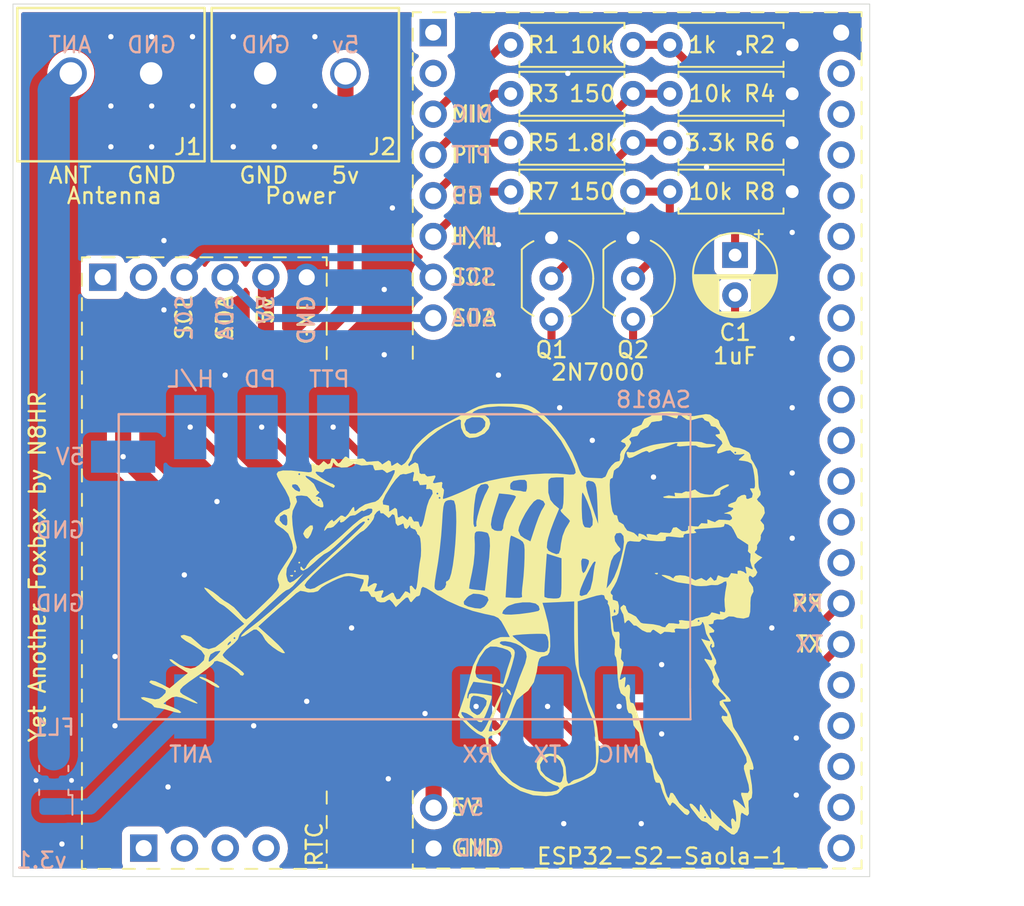
<source format=kicad_pcb>
(kicad_pcb (version 20211014) (generator pcbnew)
  (title_block (title "Yet Another Foxbox") (date "2023-03-25") (rev "v3.1") (company "Greg Stoike, N8HR"))
  (layers (0 "F.Cu" signal) (31 "B.Cu" signal) (34 "B.Paste" user) (35 "F.Paste" user) (36 "B.SilkS" user "B.Silkscreen") (37 "F.SilkS" user "F.Silkscreen") (38 "B.Mask" user) (39 "F.Mask" user) (44 "Edge.Cuts" user))
  (net 0 "")
  (net 1 "Net-(C1-Pad1)")
  (net 2 "Net-(C1-Pad2)")
  (net 3 "Net-(FL1-Pad3)")
  (net 4 "TX")
  (net 5 "RX")
  (net 6 "SCL")
  (net 7 "SDA")
  (net 8 "PD")
  (net 9 "PTT")
  (net 10 "HL")
  (net 11 "Net-(Q1-Pad2)")
  (net 12 "Net-(Q2-Pad2)")
  (net 13 "+5V")
  (net 14 "Net-(FL1-Pad1)")
  (net 20 "Net-(Q1-Pad3)")
  (net 21 "Net-(Q2-Pad3)")
  (net 22 "Net-(R5-Pad1)")
  (net 35 "MIC")
  (net 36 "GNDREF")
  (footprint "Resistor_THT:R_Axial_DIN0207_L6.3mm_D2.5mm_P7.62mm_Horizontal" (layer "F.Cu") (at 153.162 69.85 180)
    (fp_text reference "R2" (at 2.032 0) (layer "F.SilkS"))
    (fp_text value "1k" (at 5.588 0) (layer "F.SilkS"))
    (pad "1" thru_hole circle (at 0 0 180) (size 1.6 1.6) (drill 0.8) (layers *.Cu *.Mask) (net 36 "GNDREF"))
    (pad "2" thru_hole oval (at 7.62 0 180) (size 1.6 1.6) (drill 0.8) (layers *.Cu *.Mask) (net 1 "Net-(C1-Pad1)"))
  )
  (footprint "Resistor_THT:R_Axial_DIN0207_L6.3mm_D2.5mm_P7.62mm_Horizontal" (layer "F.Cu") (at 143.256 72.898 180)
    (fp_text reference "R3" (at 5.588 0) (layer "F.SilkS"))
    (fp_text value "150" (at 2.54 0) (layer "F.SilkS"))
    (pad "1" thru_hole circle (at 0 0 180) (size 1.6 1.6) (drill 0.8) (layers *.Cu *.Mask) (net 11 "Net-(Q1-Pad2)"))
    (pad "2" thru_hole oval (at 7.62 0 180) (size 1.6 1.6) (drill 0.8) (layers *.Cu *.Mask) (net 9 "PTT"))
  )
  (footprint "Resistor_THT:R_Axial_DIN0207_L6.3mm_D2.5mm_P7.62mm_Horizontal" (layer "F.Cu") (at 145.542 72.898)
    (fp_text reference "R4" (at 5.588 0) (layer "F.SilkS"))
    (fp_text value "10k" (at 2.54 0) (layer "F.SilkS"))
    (pad "1" thru_hole circle (at 0 0) (size 1.6 1.6) (drill 0.8) (layers *.Cu *.Mask) (net 11 "Net-(Q1-Pad2)"))
    (pad "2" thru_hole oval (at 7.62 0) (size 1.6 1.6) (drill 0.8) (layers *.Cu *.Mask) (net 36 "GNDREF"))
  )
  (footprint "Resistor_THT:R_Axial_DIN0207_L6.3mm_D2.5mm_P7.62mm_Horizontal" (layer "F.Cu") (at 143.256 75.946 180)
    (fp_text reference "R5" (at 5.588 0) (layer "F.SilkS"))
    (fp_text value "1.8k" (at 2.54 0) (layer "F.SilkS"))
    (pad "1" thru_hole circle (at 0 0 180) (size 1.6 1.6) (drill 0.8) (layers *.Cu *.Mask) (net 22 "Net-(R5-Pad1)"))
    (pad "2" thru_hole oval (at 7.62 0 180) (size 1.6 1.6) (drill 0.8) (layers *.Cu *.Mask) (net 8 "PD"))
  )
  (footprint "Resistor_THT:R_Axial_DIN0207_L6.3mm_D2.5mm_P7.62mm_Horizontal" (layer "F.Cu") (at 143.256 78.994 180)
    (fp_text reference "R7" (at 5.588 0) (layer "F.SilkS"))
    (fp_text value "150" (at 2.54 0) (layer "F.SilkS"))
    (pad "1" thru_hole circle (at 0 0 180) (size 1.6 1.6) (drill 0.8) (layers *.Cu *.Mask) (net 12 "Net-(Q2-Pad2)"))
    (pad "2" thru_hole oval (at 7.62 0 180) (size 1.6 1.6) (drill 0.8) (layers *.Cu *.Mask) (net 10 "HL"))
  )
  (footprint "Resistor_THT:R_Axial_DIN0207_L6.3mm_D2.5mm_P7.62mm_Horizontal" (layer "F.Cu") (at 145.542 78.994)
    (fp_text reference "R8" (at 5.588 0) (layer "F.SilkS"))
    (fp_text value "10k" (at 2.54 0) (layer "F.SilkS"))
    (pad "1" thru_hole circle (at 0 0) (size 1.6 1.6) (drill 0.8) (layers *.Cu *.Mask) (net 12 "Net-(Q2-Pad2)"))
    (pad "2" thru_hole oval (at 7.62 0) (size 1.6 1.6) (drill 0.8) (layers *.Cu *.Mask) (net 36 "GNDREF"))
  )
  (footprint "Resistor_THT:R_Axial_DIN0207_L6.3mm_D2.5mm_P7.62mm_Horizontal" (layer "F.Cu") (at 143.256 69.85 180)
    (fp_text reference "R1" (at 5.588 0) (layer "F.SilkS"))
    (fp_text value "10k" (at 2.54 0) (layer "F.SilkS"))
    (pad "1" thru_hole circle (at 0 0 180) (size 1.6 1.6) (drill 0.8) (layers *.Cu *.Mask) (net 1 "Net-(C1-Pad1)"))
    (pad "2" thru_hole oval (at 7.62 0 180) (size 1.6 1.6) (drill 0.8) (layers *.Cu *.Mask) (net 35 "MIC"))
  )
  (footprint "Resistor_THT:R_Axial_DIN0207_L6.3mm_D2.5mm_P7.62mm_Horizontal" (layer "F.Cu") (at 145.542 75.946)
    (fp_text reference "R6" (at 5.588 0) (layer "F.SilkS"))
    (fp_text value "3.3k" (at 2.54 0) (layer "F.SilkS"))
    (pad "1" thru_hole circle (at 0 0) (size 1.6 1.6) (drill 0.8) (layers *.Cu *.Mask) (net 22 "Net-(R5-Pad1)"))
    (pad "2" thru_hole oval (at 7.62 0) (size 1.6 1.6) (drill 0.8) (layers *.Cu *.Mask) (net 36 "GNDREF"))
  )
  (footprint "2021-04-11_18-38-50:OSTTA020161" (layer "F.Cu") (at 125.349 71.628 180)
    (fp_text reference "J2" (at -2.286 -4.572) (layer "F.SilkS"))
    (fp_text value "Power" (at 2.794 -7.62) (layer "F.SilkS"))
    (pad "1" thru_hole circle locked (at 0 0 180) (size 1.905 1.905) (drill 1.397) (layers *.Cu *.Mask) (net 13 "+5V"))
    (pad "2" thru_hole circle locked (at 5 0 180) (size 1.905 1.905) (drill 1.397) (layers *.Cu *.Mask) (net 36 "GNDREF"))
  )
  (footprint "Capacitor_THT:CP_Radial_D5.0mm_P2.50mm" (layer "F.Cu") (at 149.606 82.945088 -90)
    (fp_text reference "C1" (at 4.826 0 180) (layer "F.SilkS"))
    (fp_text value "1uF" (at 6.285112 0 180) (layer "F.SilkS"))
    (pad "1" thru_hole rect locked (at 0 0 270) (size 1.6 1.6) (drill 0.8) (layers *.Cu *.Mask) (net 1 "Net-(C1-Pad1)"))
    (pad "2" thru_hole circle locked (at 2.5 0 270) (size 1.6 1.6) (drill 0.8) (layers *.Cu *.Mask) (net 2 "Net-(C1-Pad2)"))
  )
  (footprint "Connector_PinSocket_2.54mm:PinSocket_1x02_P2.54mm_Vertical" (layer "F.Cu") (at 130.835 117.368)
    (fp_text reference "Conn3" hide)
    (fp_text value "ESP32-S2-Saola-1R_Power" hide)
    (pad "5v0" thru_hole oval (at 0 0) (size 1.7 1.7) (drill 1) (layers *.Cu *.Mask) (net 13 "+5V"))
    (pad "GND" thru_hole oval (at 0 2.54) (size 1.7 1.7) (drill 1) (layers *.Cu *.Mask) (net 36 "GNDREF"))
  )
  (footprint "Connector_PinSocket_2.54mm:PinSocket_1x08_P2.54mm_Vertical" (layer "F.Cu") (at 130.81 69.088)
    (fp_text reference "Conn1" hide)
    (fp_text value "ESP32-S2-Saola-1R_GPIO_1")
    (pad "1" thru_hole rect (at 0 0) (size 1.7 1.7) (drill 1) (layers *.Cu *.Mask))
    (pad "2" thru_hole oval (at 0 2.54) (size 1.7 1.7) (drill 1) (layers *.Cu *.Mask))
    (pad "3" thru_hole oval (at 0 5.08) (size 1.7 1.7) (drill 1) (layers *.Cu *.Mask) (net 35 "MIC"))
    (pad "4" thru_hole oval (at 0 7.62) (size 1.7 1.7) (drill 1) (layers *.Cu *.Mask) (net 9 "PTT"))
    (pad "5" thru_hole oval (at 0 10.16) (size 1.7 1.7) (drill 1) (layers *.Cu *.Mask) (net 8 "PD"))
    (pad "6" thru_hole oval (at 0 12.7) (size 1.7 1.7) (drill 1) (layers *.Cu *.Mask) (net 10 "HL"))
    (pad "7" thru_hole oval (at 0 15.24) (size 1.7 1.7) (drill 1) (layers *.Cu *.Mask) (net 6 "SCL"))
    (pad "8" thru_hole oval (at 0 17.78) (size 1.7 1.7) (drill 1) (layers *.Cu *.Mask) (net 7 "SDA"))
  )
  (footprint "Package_TO_SOT_THT:TO-92_Inline_Wide" (layer "F.Cu") (at 138.176 81.8642 -90)
    (fp_text reference "Q1" (at 6.985 0 180) (layer "F.SilkS"))
    (fp_text value "2N7000" (at 8.382 -2.9 180) (layer "F.SilkS"))
    (pad "1" thru_hole rect locked (at 0 0 270) (size 1.5 1.5) (drill 0.8) (layers *.Cu *.Mask) (net 36 "GNDREF"))
    (pad "2" thru_hole circle locked (at 2.54 0 270) (size 1.5 1.5) (drill 0.8) (layers *.Cu *.Mask) (net 11 "Net-(Q1-Pad2)"))
    (pad "3" thru_hole circle locked (at 5.08 0 270) (size 1.5 1.5) (drill 0.8) (layers *.Cu *.Mask) (net 20 "Net-(Q1-Pad3)"))
  )
  (footprint "Package_TO_SOT_THT:TO-92_Inline_Wide" (layer "F.Cu") (at 143.256 81.8642 -90)
    (fp_text reference "Q2" (at 6.985 0 180) (layer "F.SilkS"))
    (fp_text value "2N7000" hide)
    (pad "1" thru_hole rect locked (at 0 0 270) (size 1.5 1.5) (drill 0.8) (layers *.Cu *.Mask) (net 36 "GNDREF"))
    (pad "2" thru_hole circle locked (at 2.54 0 270) (size 1.5 1.5) (drill 0.8) (layers *.Cu *.Mask) (net 12 "Net-(Q2-Pad2)"))
    (pad "3" thru_hole circle locked (at 5.08 0 270) (size 1.5 1.5) (drill 0.8) (layers *.Cu *.Mask) (net 21 "Net-(Q2-Pad3)"))
  )
  (footprint "2021-04-11_18-38-50:OSTTA020161" (layer "F.Cu") (at 113.2478 71.628 180)
    (fp_text reference "J1" (at -2.286 -4.572) (layer "F.SilkS"))
    (fp_text value "Antenna" (at 2.286 -7.62) (layer "F.SilkS"))
    (pad "1" thru_hole circle locked (at 0 0 180) (size 1.905 1.905) (drill 1.397) (layers *.Cu *.Mask) (net 36 "GNDREF"))
    (pad "2" thru_hole circle locked (at 5 0 180) (size 1.905 1.905) (drill 1.397) (layers *.Cu *.Mask) (net 3 "Net-(FL1-Pad3)"))
  )
  (footprint "Connector_PinSocket_2.54mm:PinSocket_1x21_P2.54mm_Vertical" (layer "F.Cu") (at 156.21 69.088)
    (fp_text reference "Conn2" hide)
    (fp_text value "ESP32-S2-Saola-1R_GPIO_2")
    (pad "1" thru_hole rect (at 0 0) (size 1.7 1.7) (drill 1) (layers *.Cu *.Mask) (net 36 "GNDREF"))
    (pad "2" thru_hole oval (at 0 2.54) (size 1.7 1.7) (drill 1) (layers *.Cu *.Mask))
    (pad "3" thru_hole oval (at 0 5.08) (size 1.7 1.7) (drill 1) (layers *.Cu *.Mask))
    (pad "4" thru_hole oval (at 0 7.62) (size 1.7 1.7) (drill 1) (layers *.Cu *.Mask))
    (pad "5" thru_hole oval (at 0 10.16) (size 1.7 1.7) (drill 1) (layers *.Cu *.Mask))
    (pad "6" thru_hole oval (at 0 12.7) (size 1.7 1.7) (drill 1) (layers *.Cu *.Mask))
    (pad "7" thru_hole oval (at 0 15.24) (size 1.7 1.7) (drill 1) (layers *.Cu *.Mask))
    (pad "8" thru_hole oval (at 0 17.78) (size 1.7 1.7) (drill 1) (layers *.Cu *.Mask))
    (pad "9" thru_hole oval (at 0 20.32) (size 1.7 1.7) (drill 1) (layers *.Cu *.Mask))
    (pad "10" thru_hole oval (at 0 22.86) (size 1.7 1.7) (drill 1) (layers *.Cu *.Mask))
    (pad "11" thru_hole oval (at 0 25.4) (size 1.7 1.7) (drill 1) (layers *.Cu *.Mask))
    (pad "12" thru_hole oval (at 0 27.94) (size 1.7 1.7) (drill 1) (layers *.Cu *.Mask))
    (pad "13" thru_hole oval (at 0 30.48) (size 1.7 1.7) (drill 1) (layers *.Cu *.Mask))
    (pad "14" thru_hole oval (at 0 33.02) (size 1.7 1.7) (drill 1) (layers *.Cu *.Mask))
    (pad "15" thru_hole oval (at 0 35.56) (size 1.7 1.7) (drill 1) (layers *.Cu *.Mask) (net 5 "RX"))
    (pad "16" thru_hole oval (at 0 38.1) (size 1.7 1.7) (drill 1) (layers *.Cu *.Mask) (net 4 "TX"))
    (pad "17" thru_hole oval (at 0 40.64) (size 1.7 1.7) (drill 1) (layers *.Cu *.Mask))
    (pad "18" thru_hole oval (at 0 43.18) (size 1.7 1.7) (drill 1) (layers *.Cu *.Mask))
    (pad "19" thru_hole oval (at 0 45.72) (size 1.7 1.7) (drill 1) (layers *.Cu *.Mask))
    (pad "20" thru_hole oval (at 0 48.26) (size 1.7 1.7) (drill 1) (layers *.Cu *.Mask))
    (pad "21" thru_hole oval (at 0 50.8) (size 1.7 1.7) (drill 1) (layers *.Cu *.Mask))
  )
  (footprint "logo:logobig" (layer "F.Cu") (at 132.08 105.664 90)
    (fp_text reference "G***" hide)
    (fp_text value "LOGO" hide)
  )
  (footprint "2021-04-11_18-38-50:DS3231SN" (layer "F.Cu") (at 115.836 97.728)
    (fp_text reference "RTC1" hide)
    (fp_text value "DS3231SN")
    (fp_text user "SDA" (at 1.995 -12.359 90) (layer "F.SilkS") (effects (justify right)))
    (fp_text user "RTC" (at 7.583 21.931 90) (layer "F.SilkS"))
    (fp_text user "5V" (at 4.535 -12.359 90) (layer "F.SilkS") (effects (justify right)))
    (fp_text user "GND" (at 7.075 -12.359 90) (layer "F.SilkS") (effects (justify right)))
    (fp_text user "SCL" (at -0.545 -12.359 90) (layer "F.SilkS") (effects (justify right)))
    (pad "" thru_hole oval (at 4.57 22.16 90) (size 1.7 1.7) (drill 1) (layers *.Cu *.Mask))
    (pad "" thru_hole oval (at 2.03 22.16 90) (size 1.7 1.7) (drill 1) (layers *.Cu *.Mask))
    (pad "" thru_hole rect (at -3.05 22.16 90) (size 1.7 1.7) (drill 1) (layers *.Cu *.Mask))
    (pad "" thru_hole oval (at -0.51 22.16 90) (size 1.7 1.7) (drill 1) (layers *.Cu *.Mask))
    (pad "1" thru_hole rect (at -5.6 -13.4 90) (size 1.7 1.7) (drill 1) (layers *.Mask "F.Cu" "In1.Cu" "B.Cu"))
    (pad "2" thru_hole oval (at -3.06 -13.4 90) (size 1.7 1.7) (drill 1) (layers *.Mask "F.Cu" "In1.Cu" "B.Cu"))
    (pad "3" thru_hole oval (at -0.52 -13.4 90) (size 1.7 1.7) (drill 1) (layers *.Mask "F.Cu" "In1.Cu" "B.Cu") (net 6 "SCL"))
    (pad "4" thru_hole oval (at 2.02 -13.4 90) (size 1.7 1.7) (drill 1) (layers *.Mask "F.Cu" "In1.Cu" "B.Cu") (net 7 "SDA"))
    (pad "5" thru_hole oval (at 4.56 -13.4 90) (size 1.7 1.7) (drill 1) (layers *.Mask "F.Cu" "In1.Cu" "B.Cu") (net 13 "+5V"))
    (pad "6" thru_hole oval (at 7.1 -13.4 90) (size 1.7 1.7) (drill 1) (layers *.Mask "F.Cu" "In1.Cu" "B.Cu") (net 36 "GNDREF"))
  )
  (footprint "Filter:Filter_Mini-Circuits_FV1206" (layer "B.Cu") (at 107.188 115.671 90)
    (fp_text reference "FL1" (at 3.302 0 180) (layer "B.SilkS") (effects (justify mirror)))
    (fp_text value "LFCN-160")
    (pad "1" smd roundrect locked (at -1.625 0 90) (size 1.04 1.8) (layers "B.Cu" "B.Paste" "B.Mask") (roundrect_rratio 0.24) (net 14 "Net-(FL1-Pad1)"))
    (pad "2" smd roundrect locked (at 0 -0.9275 90) (size 0.61 1.245) (layers "B.Cu" "B.Paste" "B.Mask") (net 36 "GNDREF"))
    (pad "2" thru_hole circle locked (at 0 -1.105 90) (size 0.61 0.61) (drill 0.3) (layers *.Cu *.Mask) (net 36 "GNDREF"))
    (pad "3" smd roundrect locked (at 1.625 0 90) (size 1.04 1.8) (layers "B.Cu" "B.Paste" "B.Mask") (roundrect_rratio 0.24) (net 3 "Net-(FL1-Pad3)"))
    (pad "4" thru_hole circle locked (at 0 1.105 90) (size 0.61 0.61) (drill 0.3) (layers *.Cu *.Mask) (net 36 "GNDREF"))
    (pad "4" smd roundrect locked (at 0 0.9275 90) (size 0.61 1.245) (layers "B.Cu" "B.Paste" "B.Mask") (net 36 "GNDREF"))
  )
  (footprint "DRA818U_AND_V_Kicad-master:DRA818" (layer "B.Cu") (at 129.032 102.362 180)
    (fp_text reference "U1" hide)
    (fp_text value "SA818" (at -15.494 10.414) (layer "B.SilkS") (effects (justify mirror)))
    (pad "5" smd rect (at 4.45 8.7 180) (size 2 4) (layers "B.Cu" "B.Paste" "B.Mask") (net 20 "Net-(Q1-Pad3)"))
    (pad "6" smd rect (at 8.9 8.7 180) (size 2 4) (layers "B.Cu" "B.Paste" "B.Mask") (net 22 "Net-(R5-Pad1)"))
    (pad "7" smd rect (at 13.35 8.7 180) (size 2 4) (layers "B.Cu" "B.Paste" "B.Mask") (net 21 "Net-(Q2-Pad3)"))
    (pad "8" smd rect (at 17.526 6.858 90) (size 2 4) (layers "B.Cu" "B.Paste" "B.Mask") (net 13 "+5V"))
    (pad "9" smd rect (at 17.526 2.286 90) (size 2 4) (layers "B.Cu" "B.Paste" "B.Mask") (net 36 "GNDREF"))
    (pad "10" smd rect (at 17.526 -2.286 90) (size 2 4) (layers "B.Cu" "B.Paste" "B.Mask") (net 36 "GNDREF"))
    (pad "12" smd rect (at 13.35 -8.7 180) (size 2 4) (layers "B.Cu" "B.Paste" "B.Mask") (net 14 "Net-(FL1-Pad1)"))
    (pad "16" smd rect (at -4.45 -8.7 180) (size 2 4) (layers "B.Cu" "B.Paste" "B.Mask") (net 4 "TX"))
    (pad "17" smd rect (at -8.9 -8.7 180) (size 2 4) (layers "B.Cu" "B.Paste" "B.Mask") (net 5 "RX"))
    (pad "18" smd rect (at -13.35 -8.7 180) (size 2 4) (layers "B.Cu" "B.Paste" "B.Mask") (net 2 "Net-(C1-Pad2)"))
  )
  (gr_line (start 135.382 67.818) (end 136.144 67.818) (layer "F.SilkS") (width 0.12))
  (gr_line (start 129.54 79.502) (end 129.54 80.264) (layer "F.SilkS") (width 0.12))
  (gr_line (start 132.334 67.818) (end 133.096 67.818) (layer "F.SilkS") (width 0.12))
  (gr_line (start 139.954 67.818) (end 140.716 67.818) (layer "F.SilkS") (width 0.12))
  (gr_line (start 157.48 97.79) (end 157.48 98.552) (layer "F.SilkS") (width 0.12))
  (gr_line (start 129.54 120.904) (end 129.54 121.158) (layer "F.SilkS") (width 0.12))
  (gr_line (start 129.54 120.142) (end 129.54 119.38) (layer "F.SilkS") (width 0.12))
  (gr_line (start 129.54 73.406) (end 129.54 74.168) (layer "F.SilkS") (width 0.12))
  (gr_line (start 157.48 121.158) (end 156.972 121.158) (layer "F.SilkS") (width 0.12))
  (gr_line (start 129.54 71.882) (end 129.54 72.644) (layer "F.SilkS") (width 0.12))
  (gr_line (start 137.922 121.158) (end 137.16 121.158) (layer "F.SilkS") (width 0.12))
  (gr_line (start 129.54 74.93) (end 129.54 75.692) (layer "F.SilkS") (width 0.12))
  (gr_line (start 157.48 120.65) (end 157.48 121.158) (layer "F.SilkS") (width 0.12))
  (gr_line (start 129.54 68.834) (end 129.54 69.596) (layer "F.SilkS") (width 0.12))
  (gr_line (start 141.478 67.818) (end 142.24 67.818) (layer "F.SilkS") (width 0.12))
  (gr_line (start 157.48 87.122) (end 157.48 87.884) (layer "F.SilkS") (width 0.12))
  (gr_line (start 129.54 117.094) (end 129.54 116.332) (layer "F.SilkS") (width 0.12))
  (gr_line (start 157.48 105.41) (end 157.48 106.172) (layer "F.SilkS") (width 0.12))
  (gr_line (start 157.48 109.982) (end 157.48 110.744) (layer "F.SilkS") (width 0.12))
  (gr_line (start 136.398 121.158) (end 135.636 121.158) (layer "F.SilkS") (width 0.12))
  (gr_line (start 157.48 93.218) (end 157.48 93.98) (layer "F.SilkS") (width 0.12))
  (gr_line (start 157.48 82.55) (end 157.48 83.312) (layer "F.SilkS") (width 0.12))
  (gr_line (start 148.59 121.158) (end 147.828 121.158) (layer "F.SilkS") (width 0.12))
  (gr_line (start 157.48 113.03) (end 157.48 113.792) (layer "F.SilkS") (width 0.12))
  (gr_line (start 157.48 73.406) (end 157.48 74.168) (layer "F.SilkS") (width 0.12))
  (gr_line (start 157.48 119.126) (end 157.48 119.888) (layer "F.SilkS") (width 0.12))
  (gr_line (start 157.48 88.646) (end 157.48 89.408) (layer "F.SilkS") (width 0.12))
  (gr_line (start 144.018 121.158) (end 143.256 121.158) (layer "F.SilkS") (width 0.12))
  (gr_line (start 147.066 121.158) (end 146.304 121.158) (layer "F.SilkS") (width 0.12))
  (gr_line (start 151.892 121.158) (end 150.876 121.158) (layer "F.SilkS") (width 0.12))
  (gr_line (start 157.48 90.17) (end 157.48 90.932) (layer "F.SilkS") (width 0.12))
  (gr_line (start 157.48 103.886) (end 157.48 104.648) (layer "F.SilkS") (width 0.12))
  (gr_line (start 157.48 70.358) (end 157.48 71.12) (layer "F.SilkS") (width 0.12))
  (gr_line (start 139.446 121.158) (end 138.684 121.158) (layer "F.SilkS") (width 0.12))
  (gr_line (start 153.416 121.158) (end 152.654 121.158) (layer "F.SilkS") (width 0.12))
  (gr_line (start 157.48 76.454) (end 157.48 77.216) (layer "F.SilkS") (width 0.12))
  (gr_line (start 140.97 121.158) (end 140.208 121.158) (layer "F.SilkS") (width 0.12))
  (gr_line (start 149.098 67.818) (end 149.86 67.818) (layer "F.SilkS") (width 0.12))
  (gr_line (start 136.906 67.818) (end 137.668 67.818) (layer "F.SilkS") (width 0.12))
  (gr_line (start 130.302 121.158) (end 129.54 121.158) (layer "F.SilkS") (width 0.12))
  (gr_line (start 146.05 67.818) (end 146.812 67.818) (layer "F.SilkS") (width 0.12))
  (gr_line (start 157.48 68.834) (end 157.48 69.596) (layer "F.SilkS") (width 0.12))
  (gr_line (start 129.54 82.55) (end 129.54 83.312) (layer "F.SilkS") (width 0.12))
  (gr_line (start 129.54 76.454) (end 129.54 77.216) (layer "F.SilkS") (width 0.12))
  (gr_line (start 129.54 81.026) (end 129.54 81.788) (layer "F.SilkS") (width 0.12))
  (gr_line (start 157.48 81.026) (end 157.48 81.788) (layer "F.SilkS") (width 0.12))
  (gr_line (start 129.54 67.818) (end 130.048 67.818) (layer "F.SilkS") (width 0.12))
  (gr_line (start 157.48 91.694) (end 157.48 92.456) (layer "F.SilkS") (width 0.12))
  (gr_line (start 154.94 121.158) (end 154.178 121.158) (layer "F.SilkS") (width 0.12))
  (gr_line (start 157.48 84.074) (end 157.48 84.836) (layer "F.SilkS") (width 0.12))
  (gr_line (start 157.48 102.362) (end 157.48 103.124) (layer "F.SilkS") (width 0.12))
  (gr_line (start 129.54 70.358) (end 129.54 71.12) (layer "F.SilkS") (width 0.12))
  (gr_line (start 157.48 77.978) (end 157.48 78.74) (layer "F.SilkS") (width 0.12))
  (gr_line (start 131.826 121.158) (end 131.064 121.158) (layer "F.SilkS") (width 0.12))
  (gr_line (start 157.48 100.838) (end 157.48 101.6) (layer "F.SilkS") (width 0.12))
  (gr_line (start 157.48 114.554) (end 157.48 115.316) (layer "F.SilkS") (width 0.12))
  (gr_line (start 150.114 121.158) (end 149.352 121.158) (layer "F.SilkS") (width 0.12))
  (gr_line (start 157.48 74.93) (end 157.48 75.692) (layer "F.SilkS") (width 0.12))
  (gr_line (start 133.858 67.818) (end 134.62 67.818) (layer "F.SilkS") (width 0.12))
  (gr_line (start 142.494 121.158) (end 141.732 121.158) (layer "F.SilkS") (width 0.12))
  (gr_line (start 157.48 96.266) (end 157.48 97.028) (layer "F.SilkS") (width 0.12))
  (gr_line (start 157.48 111.506) (end 157.48 112.268) (layer "F.SilkS") (width 0.12))
  (gr_line (start 157.48 94.742) (end 157.48 95.504) (layer "F.SilkS") (width 0.12))
  (gr_line (start 130.81 67.818) (end 131.572 67.818) (layer "F.SilkS") (width 0.12))
  (gr_line (start 157.48 79.502) (end 157.48 80.264) (layer "F.SilkS") (width 0.12))
  (gr_line (start 143.002 67.818) (end 143.764 67.818) (layer "F.SilkS") (width 0.12))
  (gr_line (start 155.194 67.818) (end 155.956 67.818) (layer "F.SilkS") (width 0.12))
  (gr_line (start 133.35 121.158) (end 132.588 121.158) (layer "F.SilkS") (width 0.12))
  (gr_line (start 129.54 77.978) (end 129.54 78.74) (layer "F.SilkS") (width 0.12))
  (gr_line (start 129.54 68.072) (end 129.54 67.818) (layer "F.SilkS") (width 0.12))
  (gr_line (start 134.874 121.158) (end 134.112 121.158) (layer "F.SilkS") (width 0.12))
  (gr_line (start 129.54 87.122) (end 129.54 87.884) (layer "F.SilkS") (width 0.12))
  (gr_line (start 157.48 116.078) (end 157.48 116.84) (layer "F.SilkS") (width 0.12))
  (gr_line (start 157.48 85.598) (end 157.48 86.36) (layer "F.SilkS") (width 0.12))
  (gr_line (start 129.54 84.074) (end 129.54 84.836) (layer "F.SilkS") (width 0.12))
  (gr_line (start 157.48 99.314) (end 157.48 100.076) (layer "F.SilkS") (width 0.12))
  (gr_line (start 129.54 118.618) (end 129.54 117.856) (layer "F.SilkS") (width 0.12))
  (gr_line (start 153.67 67.818) (end 154.432 67.818) (layer "F.SilkS") (width 0.12))
  (gr_line (start 157.48 106.934) (end 157.48 107.696) (layer "F.SilkS") (width 0.12))
  (gr_line (start 156.718 67.818) (end 157.48 67.818) (layer "F.SilkS") (width 0.12))
  (gr_line (start 145.542 121.158) (end 144.78 121.158) (layer "F.SilkS") (width 0.12))
  (gr_line (start 157.48 117.602) (end 157.48 118.364) (layer "F.SilkS") (width 0.12))
  (gr_line (start 147.574 67.818) (end 148.336 67.818) (layer "F.SilkS") (width 0.12))
  (gr_line (start 152.146 67.818) (end 152.908 67.818) (layer "F.SilkS") (width 0.12))
  (gr_line (start 150.622 67.818) (end 151.384 67.818) (layer "F.SilkS") (width 0.12))
  (gr_line (start 129.54 88.646) (end 129.54 89.408) (layer "F.SilkS") (width 0.12))
  (gr_line (start 138.43 67.818) (end 139.192 67.818) (layer "F.SilkS") (width 0.12))
  (gr_line (start 157.48 71.882) (end 157.48 72.644) (layer "F.SilkS") (width 0.12))
  (gr_line (start 144.526 67.818) (end 145.288 67.818) (layer "F.SilkS") (width 0.12))
  (gr_line (start 157.48 68.072) (end 157.48 67.818) (layer "F.SilkS") (width 0.12))
  (gr_line (start 129.54 85.598) (end 129.54 86.36) (layer "F.SilkS") (width 0.12))
  (gr_line (start 157.48 108.458) (end 157.48 109.22) (layer "F.SilkS") (width 0.12))
  (gr_line (start 156.464 121.158) (end 155.702 121.158) (layer "F.SilkS") (width 0.12))
  (gr_line (start 104.648 121.666) (end 104.648 67.31) (layer "Edge.Cuts") (width 0.05))
  (gr_line (start 157.988 67.31) (end 157.988 121.666) (layer "Edge.Cuts") (width 0.05))
  (gr_line (start 104.648 67.31) (end 157.988 67.31) (layer "Edge.Cuts") (width 0.05))
  (gr_line (start 157.988 121.666) (end 104.648 121.666) (layer "Edge.Cuts") (width 0.05))
  (gr_text "H/L" (at 115.712 90.678) (layer "B.SilkS") (effects (font (size 1 1)) (justify mirror)))
  (gr_text "PD" (at 131.826 79.248) (layer "B.SilkS") (effects (font (size 1 1)) (justify right mirror)))
  (gr_text "ANT" (at 115.712 114.046) (layer "B.SilkS") (effects (font (size 1 1)) (justify mirror)))
  (gr_text "SDA" (at 117.856 85.344 90) (layer "B.SilkS") (effects (font (size 1 1)) (justify left mirror)))
  (gr_text "MIC" (at 142.382 114.046) (layer "B.SilkS") (effects (font (size 1 1)) (justify mirror)))
  (gr_text "MIC" (at 131.826 74.168) (layer "B.SilkS") (effects (font (size 1 1)) (justify right mirror)))
  (gr_text "v3.1" (at 106.426 120.65) (layer "B.SilkS") (effects (font (size 1 1)) (justify mirror)))
  (gr_text "PD" (at 120.03 90.678) (layer "B.SilkS") (effects (font (size 1 1)) (justify mirror)))
  (gr_text "5V" (at 132.08 117.348) (layer "B.SilkS") (effects (font (size 1 1)) (justify right mirror)))
  (gr_text "H/L" (at 131.826 81.788) (layer "B.SilkS") (effects (font (size 1 1)) (justify right mirror)))
  (gr_text "RX" (at 155.194 104.648) (layer "B.SilkS") (effects (font (size 1 1)) (justify left mirror)))
  (gr_text "GND" (at 132.08 119.888) (layer "B.SilkS") (effects (font (size 1 1)) (justify right mirror)))
  (gr_text "5V" (at 120.396 85.344 90) (layer "B.SilkS") (effects (font (size 1 1)) (justify left mirror)))
  (gr_text "SCL" (at 115.316 85.344 90) (layer "B.SilkS") (effects (font (size 1 1)) (justify left mirror)))
  (gr_text "SCL" (at 131.826 84.328) (layer "B.SilkS") (effects (font (size 1 1)) (justify right mirror)))
  (gr_text "PTT" (at 124.348 90.678) (layer "B.SilkS") (effects (font (size 1 1)) (justify mirror)))
  (gr_text "GND" (at 113.284 69.85) (layer "B.SilkS") (effects (font (size 1 1)) (justify mirror)))
  (gr_text "TX" (at 137.922 114.046) (layer "B.SilkS") (effects (font (size 1 1)) (justify mirror)))
  (gr_text "PTT" (at 131.826 76.708) (layer "B.SilkS") (effects (font (size 1 1)) (justify right mirror)))
  (gr_text "GND" (at 109.22 104.648) (layer "B.SilkS") (effects (font (size 1 1)) (justify left mirror)))
  (gr_text "RX" (at 133.604 114.046) (layer "B.SilkS") (effects (font (size 1 1)) (justify mirror)))
  (gr_text "5v" (at 125.349 69.85) (layer "B.SilkS") (effects (font (size 1 1)) (justify mirror)))
  (gr_text "GND" (at 120.396 69.85) (layer "B.SilkS") (effects (font (size 1 1)) (justify mirror)))
  (gr_text "GND" (at 122.936 85.344 90) (layer "B.SilkS") (effects (font (size 1 1)) (justify left mirror)))
  (gr_text "GND" (at 109.22 100.076) (layer "B.SilkS") (effects (font (size 1 1)) (justify left mirror)))
  (gr_text "5V" (at 109.22 95.504) (layer "B.SilkS") (effects (font (size 1 1)) (justify left mirror)))
  (gr_text "TX" (at 155.194 107.188) (layer "B.SilkS") (effects (font (size 1 1)) (justify left mirror)))
  (gr_text "ANT" (at 108.204 69.85) (layer "B.SilkS") (effects (font (size 1 1)) (justify mirror)))
  (gr_text "SDA" (at 131.826 86.868) (layer "B.SilkS") (effects (font (size 1 1)) (justify right mirror)))
  (gr_text "ESP32-S2-Saola-1" (at 145.034 120.396) (layer "F.SilkS") (effects (font (size 1 1))))
  (gr_text "TX" (at 155.194 107.188) (layer "F.SilkS") (effects (font (size 1 1)) (justify right)))
  (gr_text "Yet Another Foxbox by N8HR" (at 106.172 102.362 90) (layer "F.SilkS") (effects (font (size 1 1))))
  (gr_text "ANT" (at 108.2078 77.978) (layer "F.SilkS") (effects (font (size 1 1))))
  (gr_text "H/L" (at 131.826 81.788) (layer "F.SilkS") (effects (font (size 1 1)) (justify left)))
  (gr_text "5V" (at 131.826 117.348) (layer "F.SilkS") (effects (font (size 1 1)) (justify left)))
  (gr_text "GND" (at 113.2878 77.978) (layer "F.SilkS") (effects (font (size 1 1))))
  (gr_text "GND" (at 131.826 119.888) (layer "F.SilkS") (effects (font (size 1 1)) (justify left)))
  (gr_text "GND" (at 120.269 77.978) (layer "F.SilkS") (effects (font (size 1 1))))
  (gr_text "5v" (at 125.349 77.978) (layer "F.SilkS") (effects (font (size 1 1))))
  (gr_text "PTT" (at 131.826 76.708) (layer "F.SilkS") (effects (font (size 1 1)) (justify left)))
  (gr_text "MIC" (at 131.826 74.168) (layer "F.SilkS") (effects (font (size 1 1)) (justify left)))
  (gr_text "SDA" (at 131.826 86.868) (layer "F.SilkS") (effects (font (size 1 1)) (justify left)))
  (gr_text "RX" (at 155.194 104.648) (layer "F.SilkS") (effects (font (size 1 1)) (justify right)))
  (gr_text "SCL" (at 131.826 84.328) (layer "F.SilkS") (effects (font (size 1 1)) (justify left)))
  (gr_text "PD" (at 131.826 79.248) (layer "F.SilkS") (effects (font (size 1 1)) (justify left)))
  (segment (start 149.606 82.945088) (end 149.606 73.914) (width 0.5) (layer "F.Cu") (net 1))
  (segment (start 143.256 69.85) (end 145.542 69.85) (width 0.5) (layer "F.Cu") (net 1))
  (segment (start 149.606 73.914) (end 145.542 69.85) (width 0.5) (layer "F.Cu") (net 1))
  (segment (start 149.606 106.934) (end 145.478 111.062) (width 0.5) (layer "F.Cu") (net 2))
  (segment (start 145.478 111.062) (end 142.382 111.062) (width 0.5) (layer "F.Cu") (net 2))
  (segment (start 149.606 85.445088) (end 149.606 106.934) (width 0.5) (layer "F.Cu") (net 2))
  (via (at 142.382 111.062) (size 0.6858) (drill 0.3302) (layers "F.Cu" "B.Cu") (net 2))
  (segment (start 107.188 114.046) (end 107.188 72.6878) (width 2) (layer "B.Cu") (net 3))
  (segment (start 107.188 72.6878) (end 108.2478 71.628) (width 2) (layer "B.Cu") (net 3))
  (segment (start 147.574 115.824) (end 138.244 115.824) (width 0.5) (layer "F.Cu") (net 4))
  (segment (start 138.244 115.824) (end 133.482 111.062) (width 0.5) (layer "F.Cu") (net 4))
  (segment (start 156.21 107.188) (end 147.574 115.824) (width 0.5) (layer "F.Cu") (net 4))
  (via (at 133.482 111.062) (size 0.6858) (drill 0.3302) (layers "F.Cu" "B.Cu") (net 4))
  (segment (start 141.424 114.554) (end 137.932 111.062) (width 0.5) (layer "F.Cu") (net 5))
  (segment (start 146.304 114.554) (end 141.424 114.554) (width 0.5) (layer "F.Cu") (net 5))
  (segment (start 156.21 104.648) (end 146.304 114.554) (width 0.5) (layer "F.Cu") (net 5))
  (via (at 137.932 111.062) (size 0.6858) (drill 0.3302) (layers "F.Cu" "B.Cu") (net 5))
  (segment (start 116.5684 83.0756) (end 115.316 84.328) (width 0.5) (layer "B.Cu") (net 6))
  (segment (start 130.81 84.328) (end 129.5576 83.0756) (width 0.5) (layer "B.Cu") (net 6))
  (segment (start 129.5576 83.0756) (end 116.5684 83.0756) (width 0.5) (layer "B.Cu") (net 6))
  (segment (start 130.81 86.868) (end 120.396 86.868) (width 0.5) (layer "B.Cu") (net 7))
  (segment (start 120.396 86.868) (end 117.856 84.328) (width 0.5) (layer "B.Cu") (net 7))
  (segment (start 134.112 75.946) (end 135.636 75.946) (width 0.5) (layer "F.Cu") (net 8))
  (segment (start 130.81 79.248) (end 134.112 75.946) (width 0.5) (layer "F.Cu") (net 8))
  (segment (start 134.62 72.898) (end 135.636 72.898) (width 0.5) (layer "F.Cu") (net 9))
  (segment (start 130.81 76.708) (end 134.62 72.898) (width 0.5) (layer "F.Cu") (net 9))
  (segment (start 133.604 78.994) (end 135.636 78.994) (width 0.5) (layer "F.Cu") (net 10))
  (segment (start 130.81 81.788) (end 133.604 78.994) (width 0.5) (layer "F.Cu") (net 10))
  (segment (start 143.256 72.898) (end 145.542 72.898) (width 0.5) (layer "F.Cu") (net 11))
  (segment (start 143.256 72.898) (end 140.208 75.946) (width 0.5) (layer "F.Cu") (net 11))
  (segment (start 140.208 82.3722) (end 138.176 84.4042) (width 0.5) (layer "F.Cu") (net 11))
  (segment (start 140.208 75.946) (end 140.208 82.3722) (width 0.5) (layer "F.Cu") (net 11))
  (segment (start 145.542 82.1182) (end 145.542 78.994) (width 0.5) (layer "F.Cu") (net 12))
  (segment (start 143.256 78.994) (end 145.542 78.994) (width 0.5) (layer "F.Cu") (net 12))
  (segment (start 143.256 84.4042) (end 145.542 82.1182) (width 0.5) (layer "F.Cu") (net 12))
  (segment (start 111.506 90.678) (end 111.506 95.504) (width 1) (layer "F.Cu") (net 13))
  (segment (start 130.835 117.368) (end 130.835 114.833) (width 1) (layer "F.Cu") (net 13))
  (segment (start 123.063 88.646) (end 120.269 88.646) (width 1) (layer "F.Cu") (net 13))
  (segment (start 120.396 88.519) (end 120.269 88.646) (width 1) (layer "F.Cu") (net 13))
  (segment (start 125.349 86.36) (end 123.063 88.646) (width 1) (layer "F.Cu") (net 13))
  (segment (start 125.349 71.628) (end 125.349 86.36) (width 1) (layer "F.Cu") (net 13))
  (segment (start 120.269 88.646) (end 113.538 88.646) (width 1) (layer "F.Cu") (net 13))
  (segment (start 130.835 114.833) (end 111.506 95.504) (width 1) (layer "F.Cu") (net 13))
  (segment (start 113.538 88.646) (end 111.506 90.678) (width 1) (layer "F.Cu") (net 13))
  (segment (start 120.396 84.328) (end 120.396 88.519) (width 1) (layer "F.Cu") (net 13))
  (via (at 111.506 95.504) (size 0.6858) (drill 0.3302) (layers "F.Cu" "B.Cu") (net 13))
  (segment (start 107.188 117.296) (end 109.448 117.296) (width 1) (layer "B.Cu") (net 14))
  (segment (start 109.448 117.296) (end 115.682 111.062) (width 1) (layer "B.Cu") (net 14))
  (segment (start 138.176 86.9442) (end 138.176 90.932) (width 0.5) (layer "F.Cu") (net 20))
  (segment (start 133.858 95.25) (end 126.17 95.25) (width 0.5) (layer "F.Cu") (net 20))
  (segment (start 138.176 90.932) (end 133.858 95.25) (width 0.5) (layer "F.Cu") (net 20))
  (segment (start 126.17 95.25) (end 124.582 93.662) (width 0.5) (layer "F.Cu") (net 20))
  (via (at 124.582 93.662) (size 0.6858) (drill 0.3302) (layers "F.Cu" "B.Cu") (net 20))
  (segment (start 143.256 86.9442) (end 143.256 94.742) (width 0.5) (layer "F.Cu") (net 21))
  (segment (start 143.256 94.742) (end 138.43 99.568) (width 0.5) (layer "F.Cu") (net 21))
  (segment (start 138.43 99.568) (end 121.588 99.568) (width 0.5) (layer "F.Cu") (net 21))
  (segment (start 121.588 99.568) (end 115.682 93.662) (width 0.5) (layer "F.Cu") (net 21))
  (via (at 115.682 93.662) (size 0.6858) (drill 0.3302) (layers "F.Cu" "B.Cu") (net 21))
  (segment (start 143.256 75.946) (end 145.542 75.946) (width 0.5) (layer "F.Cu") (net 22))
  (segment (start 124.006 97.536) (end 120.132 93.662) (width 0.5) (layer "F.Cu") (net 22))
  (segment (start 141.478 77.724) (end 141.478 91.694) (width 0.5) (layer "F.Cu") (net 22))
  (segment (start 141.478 91.694) (end 135.636 97.536) (width 0.5) (layer "F.Cu") (net 22))
  (segment (start 135.636 97.536) (end 124.006 97.536) (width 0.5) (layer "F.Cu") (net 22))
  (segment (start 143.256 75.946) (end 141.478 77.724) (width 0.5) (layer "F.Cu") (net 22))
  (via (at 120.132 93.662) (size 0.6858) (drill 0.3302) (layers "F.Cu" "B.Cu") (net 22))
  (segment (start 130.81 74.168) (end 135.128 69.85) (width 0.5) (layer "F.Cu") (net 35))
  (segment (start 135.128 69.85) (end 135.636 69.85) (width 0.5) (layer "F.Cu") (net 35))
  (via (at 139.192 71.628) (size 0.6858) (drill 0.3302) (layers "F.Cu" "B.Cu") (net 36))
  (via (at 120.904 69.342) (size 0.6858) (drill 0.3302) (layers "F.Cu" "B.Cu") (net 36))
  (via (at 110.744 69.342) (size 0.6858) (drill 0.3302) (layers "F.Cu" "B.Cu") (net 36))
  (via (at 117.348 98.298) (size 0.6858) (drill 0.3302) (layers "F.Cu" "B.Cu") (net 36))
  (via (at 113.284 69.342) (size 0.6858) (drill 0.3302) (layers "F.Cu" "B.Cu") (net 36))
  (via (at 145.034 108.458) (size 0.6858) (drill 0.3302) (layers "F.Cu" "B.Cu") (net 36))
  (via (at 110.744 76.2) (size 0.6858) (drill 0.3302) (layers "F.Cu" "B.Cu") (net 36))
  (via (at 134.874 82.296) (size 0.6858) (drill 0.3302) (layers "F.Cu" "B.Cu") (net 36))
  (via (at 153.416 116.586) (size 0.6858) (drill 0.3302) (layers "F.Cu" "B.Cu") (net 36))
  (via (at 138.938 118.364) (size 0.6858) (drill 0.3302) (layers "F.Cu" "B.Cu") (net 36))
  (via (at 128.27 80.01) (size 0.6858) (drill 0.3302) (layers "F.Cu" "B.Cu") (net 36))
  (via (at 127.762 85.09) (size 0.6858) (drill 0.3302) (layers "F.Cu" "B.Cu") (net 36))
  (via (at 114.046 86.36) (size 0.6858) (drill 0.3302) (layers "F.Cu" "B.Cu") (net 36))
  (via (at 138.684 92.456) (size 0.6858) (drill 0.3302) (layers "F.Cu" "B.Cu") (net 36))
  (via (at 119.634 112.268) (size 0.6858) (drill 0.3302) (layers "F.Cu" "B.Cu") (net 36))
  (via (at 130.302 111.506) (size 0.6858) (drill 0.3302) (layers "F.Cu" "B.Cu") (net 36))
  (via (at 149.86 70.358) (size 0.6858) (drill 0.3302) (layers "F.Cu" "B.Cu") (net 36))
  (via (at 145.034 112.776) (size 0.6858) (drill 0.3302) (layers "F.Cu" "B.Cu") (net 36))
  (via (at 153.162 100.584) (size 0.6858) (drill 0.3302) (layers "F.Cu" "B.Cu") (net 36))
  (via (at 122.936 110.744) (size 0.6858) (drill 0.3302) (layers "F.Cu" "B.Cu") (net 36))
  (via (at 115.824 73.66) (size 0.6858) (drill 0.3302) (layers "F.Cu" "B.Cu") (net 36))
  (via (at 128.016 115.57) (size 0.6858) (drill 0.3302) (layers "F.Cu" "B.Cu") (net 36))
  (via (at 115.316 102.87) (size 0.6858) (drill 0.3302) (layers "F.Cu" "B.Cu") (net 36))
  (via (at 107.696 119.634) (size 0.6858) (drill 0.3302) (layers "F.Cu" "B.Cu") (net 36))
  (via (at 143.764 118.364) (size 0.6858) (drill 0.3302) (layers "F.Cu" "B.Cu") (net 36))
  (via (at 153.162 81.534) (size 0.6858) (drill 0.3302) (layers "F.Cu" "B.Cu") (net 36))
  (via (at 110.998 107.95) (size 0.6858) (drill 0.3302) (layers "F.Cu" "B.Cu") (net 36))
  (via (at 153.162 96.52) (size 0.6858) (drill 0.3302) (layers "F.Cu" "B.Cu") (net 36))
  (via (at 125.73 106.172) (size 0.6858) (drill 0.3302) (layers "F.Cu" "B.Cu") (net 36))
  (via (at 110.744 73.66) (size 0.6858) (drill 0.3302) (layers "F.Cu" "B.Cu") (net 36))
  (via (at 120.904 73.66) (size 0.6858) (drill 0.3302) (layers "F.Cu" "B.Cu") (net 36))
  (via (at 144.526 96.774) (size 0.6858) (drill 0.3302) (layers "F.Cu" "B.Cu") (net 36))
  (via (at 117.856 90.424) (size 0.6858) (drill 0.3302) (layers "F.Cu" "B.Cu") (net 36))
  (via (at 114.3 116.078) (size 0.6858) (drill 0.3302) (layers "F.Cu" "B.Cu") (net 36))
  (via (at 153.416 113.03) (size 0.6858) (drill 0.3302) (layers "F.Cu" "B.Cu") (net 36))
  (via (at 115.824 69.342) (size 0.6858) (drill 0.3302) (layers "F.Cu" "B.Cu") (net 36))
  (via (at 113.284 76.2) (size 0.6858) (drill 0.3302) (layers "F.Cu" "B.Cu") (net 36))
  (via (at 120.904 76.2) (size 0.6858) (drill 0.3302) (layers "F.Cu" "B.Cu") (net 36))
  (via (at 127.762 89.154) (size 0.6858) (drill 0.3302) (layers "F.Cu" "B.Cu") (net 36))
  (via (at 123.444 76.2) (size 0.6858) (drill 0.3302) (layers "F.Cu" "B.Cu") (net 36))
  (via (at 110.998 112.268) (size 0.6858) (drill 0.3302) (layers "F.Cu" "B.Cu") (net 36))
  (via (at 140.716 94.488) (size 0.6858) (drill 0.3302) (layers "F.Cu" "B.Cu") (net 36))
  (via (at 153.162 92.456) (size 0.6858) (drill 0.3302) (layers "F.Cu" "B.Cu") (net 36))
  (via (at 151.892 106.172) (size 0.6858) (drill 0.3302) (layers "F.Cu" "B.Cu") (net 36))
  (via (at 118.364 73.66) (size 0.6858) (drill 0.3302) (layers "F.Cu" "B.Cu") (net 36))
  (via (at 118.364 76.2) (size 0.6858) (drill 0.3302) (layers "F.Cu" "B.Cu") (net 36))
  (via (at 134.874 90.424) (size 0.6858) (drill 0.3302) (layers "F.Cu" "B.Cu") (net 36))
  (via (at 123.444 73.66) (size 0.6858) (drill 0.3302) (layers "F.Cu" "B.Cu") (net 36))
  (via (at 123.444 69.342) (size 0.6858) (drill 0.3302) (layers "F.Cu" "B.Cu") (net 36))
  (via (at 118.364 69.342) (size 0.6858) (drill 0.3302) (layers "F.Cu" "B.Cu") (net 36))
  (via (at 114.046 82.042) (size 0.6858) (drill 0.3302) (layers "F.Cu" "B.Cu") (net 36))
  (via (at 153.162 88.138) (size 0.6858) (drill 0.3302) (layers "F.Cu" "B.Cu") (net 36))
  (via (at 113.284 73.66) (size 0.6858) (drill 0.3302) (layers "F.Cu" "B.Cu") (net 36))
  (via (at 147.828 77.47) (size 0.6858) (drill 0.3302) (layers "F.Cu" "B.Cu") (net 36))
  (zone (net 36) (net_name "GNDREF") (layers F&B.Cu) (connect_pads yes (clearance 0.508)) (min_thickness 0.254) (fill yes (thermal_gap 0.508) (thermal_bridge_width 0.508))
    (polygon (pts (xy 158.242 121.92) (xy 104.394 121.92) (xy 104.394 67.056) (xy 158.242 67.056)))
  )
)
</source>
